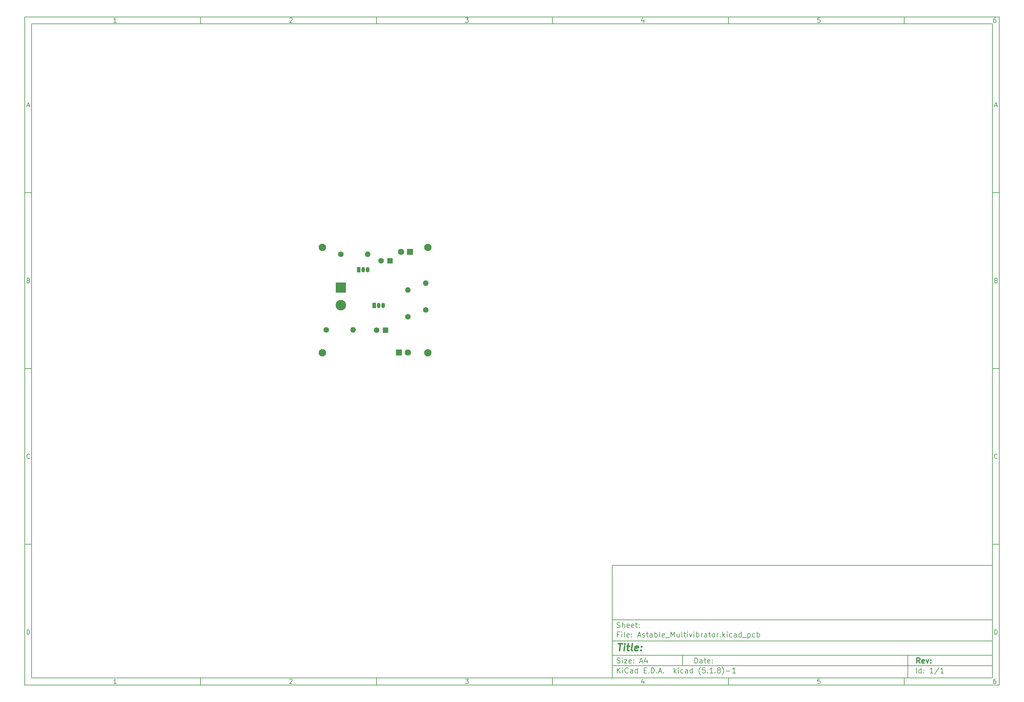
<source format=gts>
%TF.GenerationSoftware,KiCad,Pcbnew,(5.1.8)-1*%
%TF.CreationDate,2021-07-18T16:23:35-07:00*%
%TF.ProjectId,Astable_Multivibrator,41737461-626c-4655-9f4d-756c74697669,rev?*%
%TF.SameCoordinates,Original*%
%TF.FileFunction,Soldermask,Top*%
%TF.FilePolarity,Negative*%
%FSLAX46Y46*%
G04 Gerber Fmt 4.6, Leading zero omitted, Abs format (unit mm)*
G04 Created by KiCad (PCBNEW (5.1.8)-1) date 2021-07-18 16:23:35*
%MOMM*%
%LPD*%
G01*
G04 APERTURE LIST*
%ADD10C,0.100000*%
%ADD11C,0.150000*%
%ADD12C,0.300000*%
%ADD13C,0.400000*%
%ADD14C,1.800000*%
%ADD15R,1.800000X1.800000*%
%ADD16C,2.100000*%
%ADD17R,1.600000X1.600000*%
%ADD18C,1.600000*%
%ADD19R,3.000000X3.000000*%
%ADD20C,3.000000*%
%ADD21O,1.050000X1.500000*%
%ADD22R,1.050000X1.500000*%
%ADD23O,1.600000X1.600000*%
G04 APERTURE END LIST*
D10*
D11*
X177002200Y-166007200D02*
X177002200Y-198007200D01*
X285002200Y-198007200D01*
X285002200Y-166007200D01*
X177002200Y-166007200D01*
D10*
D11*
X10000000Y-10000000D02*
X10000000Y-200007200D01*
X287002200Y-200007200D01*
X287002200Y-10000000D01*
X10000000Y-10000000D01*
D10*
D11*
X12000000Y-12000000D02*
X12000000Y-198007200D01*
X285002200Y-198007200D01*
X285002200Y-12000000D01*
X12000000Y-12000000D01*
D10*
D11*
X60000000Y-12000000D02*
X60000000Y-10000000D01*
D10*
D11*
X110000000Y-12000000D02*
X110000000Y-10000000D01*
D10*
D11*
X160000000Y-12000000D02*
X160000000Y-10000000D01*
D10*
D11*
X210000000Y-12000000D02*
X210000000Y-10000000D01*
D10*
D11*
X260000000Y-12000000D02*
X260000000Y-10000000D01*
D10*
D11*
X36065476Y-11588095D02*
X35322619Y-11588095D01*
X35694047Y-11588095D02*
X35694047Y-10288095D01*
X35570238Y-10473809D01*
X35446428Y-10597619D01*
X35322619Y-10659523D01*
D10*
D11*
X85322619Y-10411904D02*
X85384523Y-10350000D01*
X85508333Y-10288095D01*
X85817857Y-10288095D01*
X85941666Y-10350000D01*
X86003571Y-10411904D01*
X86065476Y-10535714D01*
X86065476Y-10659523D01*
X86003571Y-10845238D01*
X85260714Y-11588095D01*
X86065476Y-11588095D01*
D10*
D11*
X135260714Y-10288095D02*
X136065476Y-10288095D01*
X135632142Y-10783333D01*
X135817857Y-10783333D01*
X135941666Y-10845238D01*
X136003571Y-10907142D01*
X136065476Y-11030952D01*
X136065476Y-11340476D01*
X136003571Y-11464285D01*
X135941666Y-11526190D01*
X135817857Y-11588095D01*
X135446428Y-11588095D01*
X135322619Y-11526190D01*
X135260714Y-11464285D01*
D10*
D11*
X185941666Y-10721428D02*
X185941666Y-11588095D01*
X185632142Y-10226190D02*
X185322619Y-11154761D01*
X186127380Y-11154761D01*
D10*
D11*
X236003571Y-10288095D02*
X235384523Y-10288095D01*
X235322619Y-10907142D01*
X235384523Y-10845238D01*
X235508333Y-10783333D01*
X235817857Y-10783333D01*
X235941666Y-10845238D01*
X236003571Y-10907142D01*
X236065476Y-11030952D01*
X236065476Y-11340476D01*
X236003571Y-11464285D01*
X235941666Y-11526190D01*
X235817857Y-11588095D01*
X235508333Y-11588095D01*
X235384523Y-11526190D01*
X235322619Y-11464285D01*
D10*
D11*
X285941666Y-10288095D02*
X285694047Y-10288095D01*
X285570238Y-10350000D01*
X285508333Y-10411904D01*
X285384523Y-10597619D01*
X285322619Y-10845238D01*
X285322619Y-11340476D01*
X285384523Y-11464285D01*
X285446428Y-11526190D01*
X285570238Y-11588095D01*
X285817857Y-11588095D01*
X285941666Y-11526190D01*
X286003571Y-11464285D01*
X286065476Y-11340476D01*
X286065476Y-11030952D01*
X286003571Y-10907142D01*
X285941666Y-10845238D01*
X285817857Y-10783333D01*
X285570238Y-10783333D01*
X285446428Y-10845238D01*
X285384523Y-10907142D01*
X285322619Y-11030952D01*
D10*
D11*
X60000000Y-198007200D02*
X60000000Y-200007200D01*
D10*
D11*
X110000000Y-198007200D02*
X110000000Y-200007200D01*
D10*
D11*
X160000000Y-198007200D02*
X160000000Y-200007200D01*
D10*
D11*
X210000000Y-198007200D02*
X210000000Y-200007200D01*
D10*
D11*
X260000000Y-198007200D02*
X260000000Y-200007200D01*
D10*
D11*
X36065476Y-199595295D02*
X35322619Y-199595295D01*
X35694047Y-199595295D02*
X35694047Y-198295295D01*
X35570238Y-198481009D01*
X35446428Y-198604819D01*
X35322619Y-198666723D01*
D10*
D11*
X85322619Y-198419104D02*
X85384523Y-198357200D01*
X85508333Y-198295295D01*
X85817857Y-198295295D01*
X85941666Y-198357200D01*
X86003571Y-198419104D01*
X86065476Y-198542914D01*
X86065476Y-198666723D01*
X86003571Y-198852438D01*
X85260714Y-199595295D01*
X86065476Y-199595295D01*
D10*
D11*
X135260714Y-198295295D02*
X136065476Y-198295295D01*
X135632142Y-198790533D01*
X135817857Y-198790533D01*
X135941666Y-198852438D01*
X136003571Y-198914342D01*
X136065476Y-199038152D01*
X136065476Y-199347676D01*
X136003571Y-199471485D01*
X135941666Y-199533390D01*
X135817857Y-199595295D01*
X135446428Y-199595295D01*
X135322619Y-199533390D01*
X135260714Y-199471485D01*
D10*
D11*
X185941666Y-198728628D02*
X185941666Y-199595295D01*
X185632142Y-198233390D02*
X185322619Y-199161961D01*
X186127380Y-199161961D01*
D10*
D11*
X236003571Y-198295295D02*
X235384523Y-198295295D01*
X235322619Y-198914342D01*
X235384523Y-198852438D01*
X235508333Y-198790533D01*
X235817857Y-198790533D01*
X235941666Y-198852438D01*
X236003571Y-198914342D01*
X236065476Y-199038152D01*
X236065476Y-199347676D01*
X236003571Y-199471485D01*
X235941666Y-199533390D01*
X235817857Y-199595295D01*
X235508333Y-199595295D01*
X235384523Y-199533390D01*
X235322619Y-199471485D01*
D10*
D11*
X285941666Y-198295295D02*
X285694047Y-198295295D01*
X285570238Y-198357200D01*
X285508333Y-198419104D01*
X285384523Y-198604819D01*
X285322619Y-198852438D01*
X285322619Y-199347676D01*
X285384523Y-199471485D01*
X285446428Y-199533390D01*
X285570238Y-199595295D01*
X285817857Y-199595295D01*
X285941666Y-199533390D01*
X286003571Y-199471485D01*
X286065476Y-199347676D01*
X286065476Y-199038152D01*
X286003571Y-198914342D01*
X285941666Y-198852438D01*
X285817857Y-198790533D01*
X285570238Y-198790533D01*
X285446428Y-198852438D01*
X285384523Y-198914342D01*
X285322619Y-199038152D01*
D10*
D11*
X10000000Y-60000000D02*
X12000000Y-60000000D01*
D10*
D11*
X10000000Y-110000000D02*
X12000000Y-110000000D01*
D10*
D11*
X10000000Y-160000000D02*
X12000000Y-160000000D01*
D10*
D11*
X10690476Y-35216666D02*
X11309523Y-35216666D01*
X10566666Y-35588095D02*
X11000000Y-34288095D01*
X11433333Y-35588095D01*
D10*
D11*
X11092857Y-84907142D02*
X11278571Y-84969047D01*
X11340476Y-85030952D01*
X11402380Y-85154761D01*
X11402380Y-85340476D01*
X11340476Y-85464285D01*
X11278571Y-85526190D01*
X11154761Y-85588095D01*
X10659523Y-85588095D01*
X10659523Y-84288095D01*
X11092857Y-84288095D01*
X11216666Y-84350000D01*
X11278571Y-84411904D01*
X11340476Y-84535714D01*
X11340476Y-84659523D01*
X11278571Y-84783333D01*
X11216666Y-84845238D01*
X11092857Y-84907142D01*
X10659523Y-84907142D01*
D10*
D11*
X11402380Y-135464285D02*
X11340476Y-135526190D01*
X11154761Y-135588095D01*
X11030952Y-135588095D01*
X10845238Y-135526190D01*
X10721428Y-135402380D01*
X10659523Y-135278571D01*
X10597619Y-135030952D01*
X10597619Y-134845238D01*
X10659523Y-134597619D01*
X10721428Y-134473809D01*
X10845238Y-134350000D01*
X11030952Y-134288095D01*
X11154761Y-134288095D01*
X11340476Y-134350000D01*
X11402380Y-134411904D01*
D10*
D11*
X10659523Y-185588095D02*
X10659523Y-184288095D01*
X10969047Y-184288095D01*
X11154761Y-184350000D01*
X11278571Y-184473809D01*
X11340476Y-184597619D01*
X11402380Y-184845238D01*
X11402380Y-185030952D01*
X11340476Y-185278571D01*
X11278571Y-185402380D01*
X11154761Y-185526190D01*
X10969047Y-185588095D01*
X10659523Y-185588095D01*
D10*
D11*
X287002200Y-60000000D02*
X285002200Y-60000000D01*
D10*
D11*
X287002200Y-110000000D02*
X285002200Y-110000000D01*
D10*
D11*
X287002200Y-160000000D02*
X285002200Y-160000000D01*
D10*
D11*
X285692676Y-35216666D02*
X286311723Y-35216666D01*
X285568866Y-35588095D02*
X286002200Y-34288095D01*
X286435533Y-35588095D01*
D10*
D11*
X286095057Y-84907142D02*
X286280771Y-84969047D01*
X286342676Y-85030952D01*
X286404580Y-85154761D01*
X286404580Y-85340476D01*
X286342676Y-85464285D01*
X286280771Y-85526190D01*
X286156961Y-85588095D01*
X285661723Y-85588095D01*
X285661723Y-84288095D01*
X286095057Y-84288095D01*
X286218866Y-84350000D01*
X286280771Y-84411904D01*
X286342676Y-84535714D01*
X286342676Y-84659523D01*
X286280771Y-84783333D01*
X286218866Y-84845238D01*
X286095057Y-84907142D01*
X285661723Y-84907142D01*
D10*
D11*
X286404580Y-135464285D02*
X286342676Y-135526190D01*
X286156961Y-135588095D01*
X286033152Y-135588095D01*
X285847438Y-135526190D01*
X285723628Y-135402380D01*
X285661723Y-135278571D01*
X285599819Y-135030952D01*
X285599819Y-134845238D01*
X285661723Y-134597619D01*
X285723628Y-134473809D01*
X285847438Y-134350000D01*
X286033152Y-134288095D01*
X286156961Y-134288095D01*
X286342676Y-134350000D01*
X286404580Y-134411904D01*
D10*
D11*
X285661723Y-185588095D02*
X285661723Y-184288095D01*
X285971247Y-184288095D01*
X286156961Y-184350000D01*
X286280771Y-184473809D01*
X286342676Y-184597619D01*
X286404580Y-184845238D01*
X286404580Y-185030952D01*
X286342676Y-185278571D01*
X286280771Y-185402380D01*
X286156961Y-185526190D01*
X285971247Y-185588095D01*
X285661723Y-185588095D01*
D10*
D11*
X200434342Y-193785771D02*
X200434342Y-192285771D01*
X200791485Y-192285771D01*
X201005771Y-192357200D01*
X201148628Y-192500057D01*
X201220057Y-192642914D01*
X201291485Y-192928628D01*
X201291485Y-193142914D01*
X201220057Y-193428628D01*
X201148628Y-193571485D01*
X201005771Y-193714342D01*
X200791485Y-193785771D01*
X200434342Y-193785771D01*
X202577200Y-193785771D02*
X202577200Y-193000057D01*
X202505771Y-192857200D01*
X202362914Y-192785771D01*
X202077200Y-192785771D01*
X201934342Y-192857200D01*
X202577200Y-193714342D02*
X202434342Y-193785771D01*
X202077200Y-193785771D01*
X201934342Y-193714342D01*
X201862914Y-193571485D01*
X201862914Y-193428628D01*
X201934342Y-193285771D01*
X202077200Y-193214342D01*
X202434342Y-193214342D01*
X202577200Y-193142914D01*
X203077200Y-192785771D02*
X203648628Y-192785771D01*
X203291485Y-192285771D02*
X203291485Y-193571485D01*
X203362914Y-193714342D01*
X203505771Y-193785771D01*
X203648628Y-193785771D01*
X204720057Y-193714342D02*
X204577200Y-193785771D01*
X204291485Y-193785771D01*
X204148628Y-193714342D01*
X204077200Y-193571485D01*
X204077200Y-193000057D01*
X204148628Y-192857200D01*
X204291485Y-192785771D01*
X204577200Y-192785771D01*
X204720057Y-192857200D01*
X204791485Y-193000057D01*
X204791485Y-193142914D01*
X204077200Y-193285771D01*
X205434342Y-193642914D02*
X205505771Y-193714342D01*
X205434342Y-193785771D01*
X205362914Y-193714342D01*
X205434342Y-193642914D01*
X205434342Y-193785771D01*
X205434342Y-192857200D02*
X205505771Y-192928628D01*
X205434342Y-193000057D01*
X205362914Y-192928628D01*
X205434342Y-192857200D01*
X205434342Y-193000057D01*
D10*
D11*
X177002200Y-194507200D02*
X285002200Y-194507200D01*
D10*
D11*
X178434342Y-196585771D02*
X178434342Y-195085771D01*
X179291485Y-196585771D02*
X178648628Y-195728628D01*
X179291485Y-195085771D02*
X178434342Y-195942914D01*
X179934342Y-196585771D02*
X179934342Y-195585771D01*
X179934342Y-195085771D02*
X179862914Y-195157200D01*
X179934342Y-195228628D01*
X180005771Y-195157200D01*
X179934342Y-195085771D01*
X179934342Y-195228628D01*
X181505771Y-196442914D02*
X181434342Y-196514342D01*
X181220057Y-196585771D01*
X181077200Y-196585771D01*
X180862914Y-196514342D01*
X180720057Y-196371485D01*
X180648628Y-196228628D01*
X180577200Y-195942914D01*
X180577200Y-195728628D01*
X180648628Y-195442914D01*
X180720057Y-195300057D01*
X180862914Y-195157200D01*
X181077200Y-195085771D01*
X181220057Y-195085771D01*
X181434342Y-195157200D01*
X181505771Y-195228628D01*
X182791485Y-196585771D02*
X182791485Y-195800057D01*
X182720057Y-195657200D01*
X182577200Y-195585771D01*
X182291485Y-195585771D01*
X182148628Y-195657200D01*
X182791485Y-196514342D02*
X182648628Y-196585771D01*
X182291485Y-196585771D01*
X182148628Y-196514342D01*
X182077200Y-196371485D01*
X182077200Y-196228628D01*
X182148628Y-196085771D01*
X182291485Y-196014342D01*
X182648628Y-196014342D01*
X182791485Y-195942914D01*
X184148628Y-196585771D02*
X184148628Y-195085771D01*
X184148628Y-196514342D02*
X184005771Y-196585771D01*
X183720057Y-196585771D01*
X183577200Y-196514342D01*
X183505771Y-196442914D01*
X183434342Y-196300057D01*
X183434342Y-195871485D01*
X183505771Y-195728628D01*
X183577200Y-195657200D01*
X183720057Y-195585771D01*
X184005771Y-195585771D01*
X184148628Y-195657200D01*
X186005771Y-195800057D02*
X186505771Y-195800057D01*
X186720057Y-196585771D02*
X186005771Y-196585771D01*
X186005771Y-195085771D01*
X186720057Y-195085771D01*
X187362914Y-196442914D02*
X187434342Y-196514342D01*
X187362914Y-196585771D01*
X187291485Y-196514342D01*
X187362914Y-196442914D01*
X187362914Y-196585771D01*
X188077200Y-196585771D02*
X188077200Y-195085771D01*
X188434342Y-195085771D01*
X188648628Y-195157200D01*
X188791485Y-195300057D01*
X188862914Y-195442914D01*
X188934342Y-195728628D01*
X188934342Y-195942914D01*
X188862914Y-196228628D01*
X188791485Y-196371485D01*
X188648628Y-196514342D01*
X188434342Y-196585771D01*
X188077200Y-196585771D01*
X189577200Y-196442914D02*
X189648628Y-196514342D01*
X189577200Y-196585771D01*
X189505771Y-196514342D01*
X189577200Y-196442914D01*
X189577200Y-196585771D01*
X190220057Y-196157200D02*
X190934342Y-196157200D01*
X190077200Y-196585771D02*
X190577200Y-195085771D01*
X191077200Y-196585771D01*
X191577200Y-196442914D02*
X191648628Y-196514342D01*
X191577200Y-196585771D01*
X191505771Y-196514342D01*
X191577200Y-196442914D01*
X191577200Y-196585771D01*
X194577200Y-196585771D02*
X194577200Y-195085771D01*
X194720057Y-196014342D02*
X195148628Y-196585771D01*
X195148628Y-195585771D02*
X194577200Y-196157200D01*
X195791485Y-196585771D02*
X195791485Y-195585771D01*
X195791485Y-195085771D02*
X195720057Y-195157200D01*
X195791485Y-195228628D01*
X195862914Y-195157200D01*
X195791485Y-195085771D01*
X195791485Y-195228628D01*
X197148628Y-196514342D02*
X197005771Y-196585771D01*
X196720057Y-196585771D01*
X196577200Y-196514342D01*
X196505771Y-196442914D01*
X196434342Y-196300057D01*
X196434342Y-195871485D01*
X196505771Y-195728628D01*
X196577200Y-195657200D01*
X196720057Y-195585771D01*
X197005771Y-195585771D01*
X197148628Y-195657200D01*
X198434342Y-196585771D02*
X198434342Y-195800057D01*
X198362914Y-195657200D01*
X198220057Y-195585771D01*
X197934342Y-195585771D01*
X197791485Y-195657200D01*
X198434342Y-196514342D02*
X198291485Y-196585771D01*
X197934342Y-196585771D01*
X197791485Y-196514342D01*
X197720057Y-196371485D01*
X197720057Y-196228628D01*
X197791485Y-196085771D01*
X197934342Y-196014342D01*
X198291485Y-196014342D01*
X198434342Y-195942914D01*
X199791485Y-196585771D02*
X199791485Y-195085771D01*
X199791485Y-196514342D02*
X199648628Y-196585771D01*
X199362914Y-196585771D01*
X199220057Y-196514342D01*
X199148628Y-196442914D01*
X199077200Y-196300057D01*
X199077200Y-195871485D01*
X199148628Y-195728628D01*
X199220057Y-195657200D01*
X199362914Y-195585771D01*
X199648628Y-195585771D01*
X199791485Y-195657200D01*
X202077200Y-197157200D02*
X202005771Y-197085771D01*
X201862914Y-196871485D01*
X201791485Y-196728628D01*
X201720057Y-196514342D01*
X201648628Y-196157200D01*
X201648628Y-195871485D01*
X201720057Y-195514342D01*
X201791485Y-195300057D01*
X201862914Y-195157200D01*
X202005771Y-194942914D01*
X202077200Y-194871485D01*
X203362914Y-195085771D02*
X202648628Y-195085771D01*
X202577200Y-195800057D01*
X202648628Y-195728628D01*
X202791485Y-195657200D01*
X203148628Y-195657200D01*
X203291485Y-195728628D01*
X203362914Y-195800057D01*
X203434342Y-195942914D01*
X203434342Y-196300057D01*
X203362914Y-196442914D01*
X203291485Y-196514342D01*
X203148628Y-196585771D01*
X202791485Y-196585771D01*
X202648628Y-196514342D01*
X202577200Y-196442914D01*
X204077200Y-196442914D02*
X204148628Y-196514342D01*
X204077200Y-196585771D01*
X204005771Y-196514342D01*
X204077200Y-196442914D01*
X204077200Y-196585771D01*
X205577200Y-196585771D02*
X204720057Y-196585771D01*
X205148628Y-196585771D02*
X205148628Y-195085771D01*
X205005771Y-195300057D01*
X204862914Y-195442914D01*
X204720057Y-195514342D01*
X206220057Y-196442914D02*
X206291485Y-196514342D01*
X206220057Y-196585771D01*
X206148628Y-196514342D01*
X206220057Y-196442914D01*
X206220057Y-196585771D01*
X207148628Y-195728628D02*
X207005771Y-195657200D01*
X206934342Y-195585771D01*
X206862914Y-195442914D01*
X206862914Y-195371485D01*
X206934342Y-195228628D01*
X207005771Y-195157200D01*
X207148628Y-195085771D01*
X207434342Y-195085771D01*
X207577200Y-195157200D01*
X207648628Y-195228628D01*
X207720057Y-195371485D01*
X207720057Y-195442914D01*
X207648628Y-195585771D01*
X207577200Y-195657200D01*
X207434342Y-195728628D01*
X207148628Y-195728628D01*
X207005771Y-195800057D01*
X206934342Y-195871485D01*
X206862914Y-196014342D01*
X206862914Y-196300057D01*
X206934342Y-196442914D01*
X207005771Y-196514342D01*
X207148628Y-196585771D01*
X207434342Y-196585771D01*
X207577200Y-196514342D01*
X207648628Y-196442914D01*
X207720057Y-196300057D01*
X207720057Y-196014342D01*
X207648628Y-195871485D01*
X207577200Y-195800057D01*
X207434342Y-195728628D01*
X208220057Y-197157200D02*
X208291485Y-197085771D01*
X208434342Y-196871485D01*
X208505771Y-196728628D01*
X208577200Y-196514342D01*
X208648628Y-196157200D01*
X208648628Y-195871485D01*
X208577200Y-195514342D01*
X208505771Y-195300057D01*
X208434342Y-195157200D01*
X208291485Y-194942914D01*
X208220057Y-194871485D01*
X209362914Y-196014342D02*
X210505771Y-196014342D01*
X212005771Y-196585771D02*
X211148628Y-196585771D01*
X211577200Y-196585771D02*
X211577200Y-195085771D01*
X211434342Y-195300057D01*
X211291485Y-195442914D01*
X211148628Y-195514342D01*
D10*
D11*
X177002200Y-191507200D02*
X285002200Y-191507200D01*
D10*
D12*
X264411485Y-193785771D02*
X263911485Y-193071485D01*
X263554342Y-193785771D02*
X263554342Y-192285771D01*
X264125771Y-192285771D01*
X264268628Y-192357200D01*
X264340057Y-192428628D01*
X264411485Y-192571485D01*
X264411485Y-192785771D01*
X264340057Y-192928628D01*
X264268628Y-193000057D01*
X264125771Y-193071485D01*
X263554342Y-193071485D01*
X265625771Y-193714342D02*
X265482914Y-193785771D01*
X265197200Y-193785771D01*
X265054342Y-193714342D01*
X264982914Y-193571485D01*
X264982914Y-193000057D01*
X265054342Y-192857200D01*
X265197200Y-192785771D01*
X265482914Y-192785771D01*
X265625771Y-192857200D01*
X265697200Y-193000057D01*
X265697200Y-193142914D01*
X264982914Y-193285771D01*
X266197200Y-192785771D02*
X266554342Y-193785771D01*
X266911485Y-192785771D01*
X267482914Y-193642914D02*
X267554342Y-193714342D01*
X267482914Y-193785771D01*
X267411485Y-193714342D01*
X267482914Y-193642914D01*
X267482914Y-193785771D01*
X267482914Y-192857200D02*
X267554342Y-192928628D01*
X267482914Y-193000057D01*
X267411485Y-192928628D01*
X267482914Y-192857200D01*
X267482914Y-193000057D01*
D10*
D11*
X178362914Y-193714342D02*
X178577200Y-193785771D01*
X178934342Y-193785771D01*
X179077200Y-193714342D01*
X179148628Y-193642914D01*
X179220057Y-193500057D01*
X179220057Y-193357200D01*
X179148628Y-193214342D01*
X179077200Y-193142914D01*
X178934342Y-193071485D01*
X178648628Y-193000057D01*
X178505771Y-192928628D01*
X178434342Y-192857200D01*
X178362914Y-192714342D01*
X178362914Y-192571485D01*
X178434342Y-192428628D01*
X178505771Y-192357200D01*
X178648628Y-192285771D01*
X179005771Y-192285771D01*
X179220057Y-192357200D01*
X179862914Y-193785771D02*
X179862914Y-192785771D01*
X179862914Y-192285771D02*
X179791485Y-192357200D01*
X179862914Y-192428628D01*
X179934342Y-192357200D01*
X179862914Y-192285771D01*
X179862914Y-192428628D01*
X180434342Y-192785771D02*
X181220057Y-192785771D01*
X180434342Y-193785771D01*
X181220057Y-193785771D01*
X182362914Y-193714342D02*
X182220057Y-193785771D01*
X181934342Y-193785771D01*
X181791485Y-193714342D01*
X181720057Y-193571485D01*
X181720057Y-193000057D01*
X181791485Y-192857200D01*
X181934342Y-192785771D01*
X182220057Y-192785771D01*
X182362914Y-192857200D01*
X182434342Y-193000057D01*
X182434342Y-193142914D01*
X181720057Y-193285771D01*
X183077200Y-193642914D02*
X183148628Y-193714342D01*
X183077200Y-193785771D01*
X183005771Y-193714342D01*
X183077200Y-193642914D01*
X183077200Y-193785771D01*
X183077200Y-192857200D02*
X183148628Y-192928628D01*
X183077200Y-193000057D01*
X183005771Y-192928628D01*
X183077200Y-192857200D01*
X183077200Y-193000057D01*
X184862914Y-193357200D02*
X185577200Y-193357200D01*
X184720057Y-193785771D02*
X185220057Y-192285771D01*
X185720057Y-193785771D01*
X186862914Y-192785771D02*
X186862914Y-193785771D01*
X186505771Y-192214342D02*
X186148628Y-193285771D01*
X187077200Y-193285771D01*
D10*
D11*
X263434342Y-196585771D02*
X263434342Y-195085771D01*
X264791485Y-196585771D02*
X264791485Y-195085771D01*
X264791485Y-196514342D02*
X264648628Y-196585771D01*
X264362914Y-196585771D01*
X264220057Y-196514342D01*
X264148628Y-196442914D01*
X264077200Y-196300057D01*
X264077200Y-195871485D01*
X264148628Y-195728628D01*
X264220057Y-195657200D01*
X264362914Y-195585771D01*
X264648628Y-195585771D01*
X264791485Y-195657200D01*
X265505771Y-196442914D02*
X265577200Y-196514342D01*
X265505771Y-196585771D01*
X265434342Y-196514342D01*
X265505771Y-196442914D01*
X265505771Y-196585771D01*
X265505771Y-195657200D02*
X265577200Y-195728628D01*
X265505771Y-195800057D01*
X265434342Y-195728628D01*
X265505771Y-195657200D01*
X265505771Y-195800057D01*
X268148628Y-196585771D02*
X267291485Y-196585771D01*
X267720057Y-196585771D02*
X267720057Y-195085771D01*
X267577200Y-195300057D01*
X267434342Y-195442914D01*
X267291485Y-195514342D01*
X269862914Y-195014342D02*
X268577200Y-196942914D01*
X271148628Y-196585771D02*
X270291485Y-196585771D01*
X270720057Y-196585771D02*
X270720057Y-195085771D01*
X270577200Y-195300057D01*
X270434342Y-195442914D01*
X270291485Y-195514342D01*
D10*
D11*
X177002200Y-187507200D02*
X285002200Y-187507200D01*
D10*
D13*
X178714580Y-188211961D02*
X179857438Y-188211961D01*
X179036009Y-190211961D02*
X179286009Y-188211961D01*
X180274104Y-190211961D02*
X180440771Y-188878628D01*
X180524104Y-188211961D02*
X180416961Y-188307200D01*
X180500295Y-188402438D01*
X180607438Y-188307200D01*
X180524104Y-188211961D01*
X180500295Y-188402438D01*
X181107438Y-188878628D02*
X181869342Y-188878628D01*
X181476485Y-188211961D02*
X181262200Y-189926247D01*
X181333628Y-190116723D01*
X181512200Y-190211961D01*
X181702676Y-190211961D01*
X182655057Y-190211961D02*
X182476485Y-190116723D01*
X182405057Y-189926247D01*
X182619342Y-188211961D01*
X184190771Y-190116723D02*
X183988390Y-190211961D01*
X183607438Y-190211961D01*
X183428866Y-190116723D01*
X183357438Y-189926247D01*
X183452676Y-189164342D01*
X183571723Y-188973866D01*
X183774104Y-188878628D01*
X184155057Y-188878628D01*
X184333628Y-188973866D01*
X184405057Y-189164342D01*
X184381247Y-189354819D01*
X183405057Y-189545295D01*
X185155057Y-190021485D02*
X185238390Y-190116723D01*
X185131247Y-190211961D01*
X185047914Y-190116723D01*
X185155057Y-190021485D01*
X185131247Y-190211961D01*
X185286009Y-188973866D02*
X185369342Y-189069104D01*
X185262200Y-189164342D01*
X185178866Y-189069104D01*
X185286009Y-188973866D01*
X185262200Y-189164342D01*
D10*
D11*
X178934342Y-185600057D02*
X178434342Y-185600057D01*
X178434342Y-186385771D02*
X178434342Y-184885771D01*
X179148628Y-184885771D01*
X179720057Y-186385771D02*
X179720057Y-185385771D01*
X179720057Y-184885771D02*
X179648628Y-184957200D01*
X179720057Y-185028628D01*
X179791485Y-184957200D01*
X179720057Y-184885771D01*
X179720057Y-185028628D01*
X180648628Y-186385771D02*
X180505771Y-186314342D01*
X180434342Y-186171485D01*
X180434342Y-184885771D01*
X181791485Y-186314342D02*
X181648628Y-186385771D01*
X181362914Y-186385771D01*
X181220057Y-186314342D01*
X181148628Y-186171485D01*
X181148628Y-185600057D01*
X181220057Y-185457200D01*
X181362914Y-185385771D01*
X181648628Y-185385771D01*
X181791485Y-185457200D01*
X181862914Y-185600057D01*
X181862914Y-185742914D01*
X181148628Y-185885771D01*
X182505771Y-186242914D02*
X182577200Y-186314342D01*
X182505771Y-186385771D01*
X182434342Y-186314342D01*
X182505771Y-186242914D01*
X182505771Y-186385771D01*
X182505771Y-185457200D02*
X182577200Y-185528628D01*
X182505771Y-185600057D01*
X182434342Y-185528628D01*
X182505771Y-185457200D01*
X182505771Y-185600057D01*
X184291485Y-185957200D02*
X185005771Y-185957200D01*
X184148628Y-186385771D02*
X184648628Y-184885771D01*
X185148628Y-186385771D01*
X185577200Y-186314342D02*
X185720057Y-186385771D01*
X186005771Y-186385771D01*
X186148628Y-186314342D01*
X186220057Y-186171485D01*
X186220057Y-186100057D01*
X186148628Y-185957200D01*
X186005771Y-185885771D01*
X185791485Y-185885771D01*
X185648628Y-185814342D01*
X185577200Y-185671485D01*
X185577200Y-185600057D01*
X185648628Y-185457200D01*
X185791485Y-185385771D01*
X186005771Y-185385771D01*
X186148628Y-185457200D01*
X186648628Y-185385771D02*
X187220057Y-185385771D01*
X186862914Y-184885771D02*
X186862914Y-186171485D01*
X186934342Y-186314342D01*
X187077200Y-186385771D01*
X187220057Y-186385771D01*
X188362914Y-186385771D02*
X188362914Y-185600057D01*
X188291485Y-185457200D01*
X188148628Y-185385771D01*
X187862914Y-185385771D01*
X187720057Y-185457200D01*
X188362914Y-186314342D02*
X188220057Y-186385771D01*
X187862914Y-186385771D01*
X187720057Y-186314342D01*
X187648628Y-186171485D01*
X187648628Y-186028628D01*
X187720057Y-185885771D01*
X187862914Y-185814342D01*
X188220057Y-185814342D01*
X188362914Y-185742914D01*
X189077200Y-186385771D02*
X189077200Y-184885771D01*
X189077200Y-185457200D02*
X189220057Y-185385771D01*
X189505771Y-185385771D01*
X189648628Y-185457200D01*
X189720057Y-185528628D01*
X189791485Y-185671485D01*
X189791485Y-186100057D01*
X189720057Y-186242914D01*
X189648628Y-186314342D01*
X189505771Y-186385771D01*
X189220057Y-186385771D01*
X189077200Y-186314342D01*
X190648628Y-186385771D02*
X190505771Y-186314342D01*
X190434342Y-186171485D01*
X190434342Y-184885771D01*
X191791485Y-186314342D02*
X191648628Y-186385771D01*
X191362914Y-186385771D01*
X191220057Y-186314342D01*
X191148628Y-186171485D01*
X191148628Y-185600057D01*
X191220057Y-185457200D01*
X191362914Y-185385771D01*
X191648628Y-185385771D01*
X191791485Y-185457200D01*
X191862914Y-185600057D01*
X191862914Y-185742914D01*
X191148628Y-185885771D01*
X192148628Y-186528628D02*
X193291485Y-186528628D01*
X193648628Y-186385771D02*
X193648628Y-184885771D01*
X194148628Y-185957200D01*
X194648628Y-184885771D01*
X194648628Y-186385771D01*
X196005771Y-185385771D02*
X196005771Y-186385771D01*
X195362914Y-185385771D02*
X195362914Y-186171485D01*
X195434342Y-186314342D01*
X195577200Y-186385771D01*
X195791485Y-186385771D01*
X195934342Y-186314342D01*
X196005771Y-186242914D01*
X196934342Y-186385771D02*
X196791485Y-186314342D01*
X196720057Y-186171485D01*
X196720057Y-184885771D01*
X197291485Y-185385771D02*
X197862914Y-185385771D01*
X197505771Y-184885771D02*
X197505771Y-186171485D01*
X197577200Y-186314342D01*
X197720057Y-186385771D01*
X197862914Y-186385771D01*
X198362914Y-186385771D02*
X198362914Y-185385771D01*
X198362914Y-184885771D02*
X198291485Y-184957200D01*
X198362914Y-185028628D01*
X198434342Y-184957200D01*
X198362914Y-184885771D01*
X198362914Y-185028628D01*
X198934342Y-185385771D02*
X199291485Y-186385771D01*
X199648628Y-185385771D01*
X200220057Y-186385771D02*
X200220057Y-185385771D01*
X200220057Y-184885771D02*
X200148628Y-184957200D01*
X200220057Y-185028628D01*
X200291485Y-184957200D01*
X200220057Y-184885771D01*
X200220057Y-185028628D01*
X200934342Y-186385771D02*
X200934342Y-184885771D01*
X200934342Y-185457200D02*
X201077200Y-185385771D01*
X201362914Y-185385771D01*
X201505771Y-185457200D01*
X201577200Y-185528628D01*
X201648628Y-185671485D01*
X201648628Y-186100057D01*
X201577200Y-186242914D01*
X201505771Y-186314342D01*
X201362914Y-186385771D01*
X201077200Y-186385771D01*
X200934342Y-186314342D01*
X202291485Y-186385771D02*
X202291485Y-185385771D01*
X202291485Y-185671485D02*
X202362914Y-185528628D01*
X202434342Y-185457200D01*
X202577200Y-185385771D01*
X202720057Y-185385771D01*
X203862914Y-186385771D02*
X203862914Y-185600057D01*
X203791485Y-185457200D01*
X203648628Y-185385771D01*
X203362914Y-185385771D01*
X203220057Y-185457200D01*
X203862914Y-186314342D02*
X203720057Y-186385771D01*
X203362914Y-186385771D01*
X203220057Y-186314342D01*
X203148628Y-186171485D01*
X203148628Y-186028628D01*
X203220057Y-185885771D01*
X203362914Y-185814342D01*
X203720057Y-185814342D01*
X203862914Y-185742914D01*
X204362914Y-185385771D02*
X204934342Y-185385771D01*
X204577200Y-184885771D02*
X204577200Y-186171485D01*
X204648628Y-186314342D01*
X204791485Y-186385771D01*
X204934342Y-186385771D01*
X205648628Y-186385771D02*
X205505771Y-186314342D01*
X205434342Y-186242914D01*
X205362914Y-186100057D01*
X205362914Y-185671485D01*
X205434342Y-185528628D01*
X205505771Y-185457200D01*
X205648628Y-185385771D01*
X205862914Y-185385771D01*
X206005771Y-185457200D01*
X206077200Y-185528628D01*
X206148628Y-185671485D01*
X206148628Y-186100057D01*
X206077200Y-186242914D01*
X206005771Y-186314342D01*
X205862914Y-186385771D01*
X205648628Y-186385771D01*
X206791485Y-186385771D02*
X206791485Y-185385771D01*
X206791485Y-185671485D02*
X206862914Y-185528628D01*
X206934342Y-185457200D01*
X207077200Y-185385771D01*
X207220057Y-185385771D01*
X207720057Y-186242914D02*
X207791485Y-186314342D01*
X207720057Y-186385771D01*
X207648628Y-186314342D01*
X207720057Y-186242914D01*
X207720057Y-186385771D01*
X208434342Y-186385771D02*
X208434342Y-184885771D01*
X208577200Y-185814342D02*
X209005771Y-186385771D01*
X209005771Y-185385771D02*
X208434342Y-185957200D01*
X209648628Y-186385771D02*
X209648628Y-185385771D01*
X209648628Y-184885771D02*
X209577200Y-184957200D01*
X209648628Y-185028628D01*
X209720057Y-184957200D01*
X209648628Y-184885771D01*
X209648628Y-185028628D01*
X211005771Y-186314342D02*
X210862914Y-186385771D01*
X210577200Y-186385771D01*
X210434342Y-186314342D01*
X210362914Y-186242914D01*
X210291485Y-186100057D01*
X210291485Y-185671485D01*
X210362914Y-185528628D01*
X210434342Y-185457200D01*
X210577200Y-185385771D01*
X210862914Y-185385771D01*
X211005771Y-185457200D01*
X212291485Y-186385771D02*
X212291485Y-185600057D01*
X212220057Y-185457200D01*
X212077200Y-185385771D01*
X211791485Y-185385771D01*
X211648628Y-185457200D01*
X212291485Y-186314342D02*
X212148628Y-186385771D01*
X211791485Y-186385771D01*
X211648628Y-186314342D01*
X211577200Y-186171485D01*
X211577200Y-186028628D01*
X211648628Y-185885771D01*
X211791485Y-185814342D01*
X212148628Y-185814342D01*
X212291485Y-185742914D01*
X213648628Y-186385771D02*
X213648628Y-184885771D01*
X213648628Y-186314342D02*
X213505771Y-186385771D01*
X213220057Y-186385771D01*
X213077200Y-186314342D01*
X213005771Y-186242914D01*
X212934342Y-186100057D01*
X212934342Y-185671485D01*
X213005771Y-185528628D01*
X213077200Y-185457200D01*
X213220057Y-185385771D01*
X213505771Y-185385771D01*
X213648628Y-185457200D01*
X214005771Y-186528628D02*
X215148628Y-186528628D01*
X215505771Y-185385771D02*
X215505771Y-186885771D01*
X215505771Y-185457200D02*
X215648628Y-185385771D01*
X215934342Y-185385771D01*
X216077200Y-185457200D01*
X216148628Y-185528628D01*
X216220057Y-185671485D01*
X216220057Y-186100057D01*
X216148628Y-186242914D01*
X216077200Y-186314342D01*
X215934342Y-186385771D01*
X215648628Y-186385771D01*
X215505771Y-186314342D01*
X217505771Y-186314342D02*
X217362914Y-186385771D01*
X217077200Y-186385771D01*
X216934342Y-186314342D01*
X216862914Y-186242914D01*
X216791485Y-186100057D01*
X216791485Y-185671485D01*
X216862914Y-185528628D01*
X216934342Y-185457200D01*
X217077200Y-185385771D01*
X217362914Y-185385771D01*
X217505771Y-185457200D01*
X218148628Y-186385771D02*
X218148628Y-184885771D01*
X218148628Y-185457200D02*
X218291485Y-185385771D01*
X218577200Y-185385771D01*
X218720057Y-185457200D01*
X218791485Y-185528628D01*
X218862914Y-185671485D01*
X218862914Y-186100057D01*
X218791485Y-186242914D01*
X218720057Y-186314342D01*
X218577200Y-186385771D01*
X218291485Y-186385771D01*
X218148628Y-186314342D01*
D10*
D11*
X177002200Y-181507200D02*
X285002200Y-181507200D01*
D10*
D11*
X178362914Y-183614342D02*
X178577200Y-183685771D01*
X178934342Y-183685771D01*
X179077200Y-183614342D01*
X179148628Y-183542914D01*
X179220057Y-183400057D01*
X179220057Y-183257200D01*
X179148628Y-183114342D01*
X179077200Y-183042914D01*
X178934342Y-182971485D01*
X178648628Y-182900057D01*
X178505771Y-182828628D01*
X178434342Y-182757200D01*
X178362914Y-182614342D01*
X178362914Y-182471485D01*
X178434342Y-182328628D01*
X178505771Y-182257200D01*
X178648628Y-182185771D01*
X179005771Y-182185771D01*
X179220057Y-182257200D01*
X179862914Y-183685771D02*
X179862914Y-182185771D01*
X180505771Y-183685771D02*
X180505771Y-182900057D01*
X180434342Y-182757200D01*
X180291485Y-182685771D01*
X180077200Y-182685771D01*
X179934342Y-182757200D01*
X179862914Y-182828628D01*
X181791485Y-183614342D02*
X181648628Y-183685771D01*
X181362914Y-183685771D01*
X181220057Y-183614342D01*
X181148628Y-183471485D01*
X181148628Y-182900057D01*
X181220057Y-182757200D01*
X181362914Y-182685771D01*
X181648628Y-182685771D01*
X181791485Y-182757200D01*
X181862914Y-182900057D01*
X181862914Y-183042914D01*
X181148628Y-183185771D01*
X183077200Y-183614342D02*
X182934342Y-183685771D01*
X182648628Y-183685771D01*
X182505771Y-183614342D01*
X182434342Y-183471485D01*
X182434342Y-182900057D01*
X182505771Y-182757200D01*
X182648628Y-182685771D01*
X182934342Y-182685771D01*
X183077200Y-182757200D01*
X183148628Y-182900057D01*
X183148628Y-183042914D01*
X182434342Y-183185771D01*
X183577200Y-182685771D02*
X184148628Y-182685771D01*
X183791485Y-182185771D02*
X183791485Y-183471485D01*
X183862914Y-183614342D01*
X184005771Y-183685771D01*
X184148628Y-183685771D01*
X184648628Y-183542914D02*
X184720057Y-183614342D01*
X184648628Y-183685771D01*
X184577200Y-183614342D01*
X184648628Y-183542914D01*
X184648628Y-183685771D01*
X184648628Y-182757200D02*
X184720057Y-182828628D01*
X184648628Y-182900057D01*
X184577200Y-182828628D01*
X184648628Y-182757200D01*
X184648628Y-182900057D01*
D10*
D11*
X197002200Y-191507200D02*
X197002200Y-194507200D01*
D10*
D11*
X261002200Y-191507200D02*
X261002200Y-198007200D01*
D14*
%TO.C,D2*%
X116995000Y-76835000D03*
D15*
X119535000Y-76835000D03*
%TD*%
D14*
%TO.C,D1*%
X118900000Y-105410000D03*
D15*
X116360000Y-105410000D03*
%TD*%
D16*
%TO.C,REF\u002A\u002A*%
X124615000Y-105565000D03*
%TD*%
%TO.C,REF\u002A\u002A*%
X94615000Y-105565000D03*
%TD*%
%TO.C,REF\u002A\u002A*%
X124615000Y-75565000D03*
%TD*%
%TO.C,REF\u002A\u002A*%
X94615000Y-75565000D03*
%TD*%
D17*
%TO.C,C1*%
X112550000Y-99060000D03*
D18*
X110050000Y-99060000D03*
%TD*%
%TO.C,C2*%
X111320000Y-79375000D03*
D17*
X113820000Y-79375000D03*
%TD*%
D19*
%TO.C,J1*%
X99850000Y-86995000D03*
D20*
X99850000Y-91995000D03*
%TD*%
D21*
%TO.C,Q1*%
X110645000Y-92075000D03*
X111915000Y-92075000D03*
D22*
X109375000Y-92075000D03*
%TD*%
%TO.C,Q2*%
X104930000Y-81915000D03*
D21*
X107470000Y-81915000D03*
X106200000Y-81915000D03*
%TD*%
D18*
%TO.C,R1*%
X95690001Y-99040001D03*
D23*
X103310001Y-99040001D03*
%TD*%
%TO.C,R2*%
X118900000Y-87630000D03*
D18*
X118900000Y-95250000D03*
%TD*%
%TO.C,R3*%
X99850000Y-77470000D03*
D23*
X107470000Y-77470000D03*
%TD*%
%TO.C,R4*%
X123980000Y-85725000D03*
D18*
X123980000Y-93345000D03*
%TD*%
M02*

</source>
